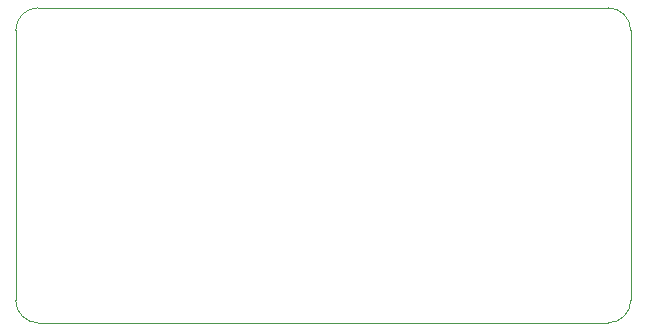
<source format=gm1>
G04 #@! TF.GenerationSoftware,KiCad,Pcbnew,(5.1.6-0-10_14)*
G04 #@! TF.CreationDate,2021-03-19T12:14:43+00:00*
G04 #@! TF.ProjectId,JunketOnSteroidsTTGO,4a756e6b-6574-44f6-9e53-7465726f6964,rev?*
G04 #@! TF.SameCoordinates,PX5faea10PY5734380*
G04 #@! TF.FileFunction,Profile,NP*
%FSLAX46Y46*%
G04 Gerber Fmt 4.6, Leading zero omitted, Abs format (unit mm)*
G04 Created by KiCad (PCBNEW (5.1.6-0-10_14)) date 2021-03-19 12:14:43*
%MOMM*%
%LPD*%
G01*
G04 APERTURE LIST*
G04 #@! TA.AperFunction,Profile*
%ADD10C,0.050000*%
G04 #@! TD*
G04 APERTURE END LIST*
D10*
X1270000Y26035000D02*
G75*
G02*
X3175000Y27940000I1905000J0D01*
G01*
X3175000Y1270000D02*
G75*
G02*
X1270000Y3175000I0J1905000D01*
G01*
X53340000Y3175000D02*
G75*
G02*
X51435000Y1270000I-1905000J0D01*
G01*
X51435000Y27940000D02*
G75*
G02*
X53340000Y26035000I0J-1905000D01*
G01*
X53340000Y3175000D02*
X53340000Y26035000D01*
X3175000Y1270000D02*
X51435000Y1270000D01*
X1270000Y26035000D02*
X1270000Y3175000D01*
X51435000Y27940000D02*
X3175000Y27940000D01*
M02*

</source>
